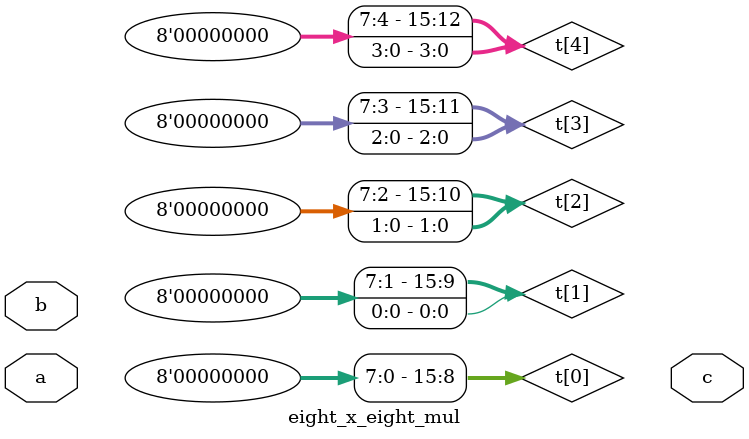
<source format=v>
module full_adder_1b ( a ,b ,c ,sum ,carry );

output sum ;
output carry ;

input a ;
input b ;
input c ;


assign sum = a ^ b ^ c;
assign carry = (a&b) | (b&c) | (c&a);

endmodule

module sixteen_bit_carrysaveadder(
input [15:0] in1,
input [15:0] in2,
inout [15:0] in3,
output [15:0] o1,
output [15:0] o2
);

  full_adder_1b f1 ( in1[0] ,in2[0] ,in3[0] ,o1[0] ,o2[0] );
  full_adder_1b f2 ( in1[1] ,in2[1] ,in3[1] ,o1[1] ,o2[1] );
  full_adder_1b f3 ( in1[2] ,in2[2] ,in3[2] ,o1[2] ,o2[2] );
  full_adder_1b f4 ( in1[3] ,in2[3] ,in3[3] ,o1[3] ,o2[3] );
  full_adder_1b f5 ( in1[4] ,in2[4] ,in3[4] ,o1[4] ,o2[4] );
  full_adder_1b f6 ( in1[5] ,in2[5] ,in3[5] ,o1[5] ,o2[5] );
  full_adder_1b f7 ( in1[6] ,in2[6] ,in3[6] ,o1[6] ,o2[6] );
  full_adder_1b f8 ( in1[7] ,in2[7] ,in3[7] ,o1[7] ,o2[7] );
  full_adder_1b f9 ( in1[8] ,in2[8] ,in3[8] ,o1[8] ,o2[8] );
  full_adder_1b f10 ( in1[9] ,in2[9] ,in3[9] ,o1[9] ,o2[9] );
  full_adder_1b f11 ( in1[10] ,in2[10] ,in3[10] ,o1[10] ,o2[10] );
  full_adder_1b f12 ( in1[11] ,in2[11] ,in3[11] ,o1[11] ,o2[11] );
  full_adder_1b f13 ( in1[12] ,in2[12] ,in3[12] ,o1[12] ,o2[12] );
  full_adder_1b f14 ( in1[13] ,in2[13] ,in3[13] ,o1[13] ,o2[13] );
  full_adder_1b f15 ( in1[14] ,in2[14] ,in3[14] ,o1[14] ,o2[14] );
  full_adder_1b f16 ( in1[15] ,in2[15] ,in3[15] ,o1[15] ,o2[15] );
  
endmodule

module partialproduct(
  input [7:0] in1,
  input in2,
  output [15:0] out);
  
  assign out[0] = in1[0] && in2;
  assign out[1] = in1[1] && in2;
  assign out[2] = in1[2] && in2;
  assign out[3] = in1[3] && in2;
  assign out[4] = in1[4] && in2;
  assign out[5] = in1[5] && in2;
  assign out[6] = in1[6] && in2;
  assign out[7] = in1[7] && in2;
  
  
  
endmodule

module eight_x_eight_mul(
  input [7:0] a,
  input [7:0] b,
  output [15:0] c
  );

wire [15:0] t [7:0];

and a00 (t[0][0], a[0], b[0]);
and a01 (t[0][1], a[1], b[0]);
and a02 (t[0][2], a[2], b[0]);
and a03 (t[0][3], a[3], b[0]);
and a04 (t[0][4], a[4], b[0]);
and a05 (t[0][5], a[5], b[0]);
and a06 (t[0][6], a[6], b[0]);
and a07 (t[0][7], a[7], b[0]);
and a08 (t[0][8], 1'b0, b[0]);
and a09 (t[0][9], 1'b0, b[0]);
and a010 (t[0][10], 1'b0, b[0]);
and a011 (t[0][11], 1'b0, b[0]);
and a012 (t[0][12], 1'b0, b[0]);
and a013 (t[0][13], 1'b0, b[0]);
and a014 (t[0][14], 1'b0, b[0]);
and a015 (t[0][15], 1'b0, b[0]);


and a10 (t[1][1], a[0], b[1]);
and a11 (t[1][2], a[1], b[1]);
and a12 (t[1][3], a[2], b[1]);
and a13 (t[1][4], a[3], b[1]);
and a14 (t[1][5], a[4], b[1]);
and a15 (t[1][6], a[5], b[1]);
and a16 (t[1][7], a[6], b[1]);
and a17 (t[1][8], a[7], b[1]);
and a18 (t[1][9], 1'b0, b[1]);
and a19 (t[1][10], 1'b0, b[1]);
and a110 (t[1][11], 1'b0, b[1]);
and a111 (t[1][12], 1'b0, b[1]);
and a112 (t[1][13], 1'b0, b[1]);
and a113 (t[1][14], 1'b0, b[1]);
and a114 (t[1][15], 1'b0, b[1]);
and a115 (t[1][0], 1'b0, b[1]);


and a20 (t[2][2], a[0], b[2]);
and a21 (t[2][3], a[1], b[2]);
and a22 (t[2][4], a[2], b[2]);
and a23 (t[2][5], a[3], b[2]);
and a24 (t[2][6], a[4], b[2]);
and a25 (t[2][7], a[5], b[2]);
and a26 (t[2][8], a[6], b[2]);
and a27 (t[2][9], a[7], b[2]);
and a28 (t[2][10], 1'b0, b[2]);
and a29 (t[2][11], 1'b0, b[2]);
and a210 (t[2][12], 1'b0, b[2]);
and a211 (t[2][13], 1'b0, b[2]);
and a212 (t[2][14], 1'b0, b[2]);
and a213 (t[2][15], 1'b0, b[2]);
and a214 (t[2][1], 1'b0, b[2]);
and a215 (t[2][0], 1'b0, b[2]);

and a30 (t[3][3], a[0], b[3]);
and a31 (t[3][4], a[1], b[3]);
and a32 (t[3][5], a[2], b[3]);
and a33 (t[3][6], a[3], b[3]);
and a34 (t[3][7], a[4], b[3]);
and a35 (t[3][8], a[5], b[3]);
and a36 (t[3][9], a[6], b[3]);
and a37 (t[3][10], a[7], b[3]);
and a38 (t[3][11], 1'b0, b[3]);
and a39 (t[3][12], 1'b0, b[3]);
and a310 (t[3][13], 1'b0, b[3]);
and a311 (t[3][14], 1'b0, b[3]);
and a312 (t[3][15], 1'b0, b[3]);
and a313 (t[3][2], 1'b0, b[3]);
and a314 (t[3][1], 1'b0, b[3]);
and a315 (t[3][0], 1'b0, b[3]);

and a40 (t[4][4], a[0], b[4]);
and a41 (t[4][5], a[1], b[4]);
and a42 (t[4][6], a[2], b[4]);
and a43 (t[4][7], a[3], b[4]);
and a44 (t[4][8], a[4], b[4]);
and a45 (t[4][9], a[5], b[4]);
and a46 (t[4][10], a[6], b[4]);
and a47 (t[4][11], a[7], b[4]);
and a48 (t[4][12], 1'b0, b[4]);
and a49 (t[4][13], 1'b0, b[4]);
and a410 (t[4][14], 1'b0, b[4]);
and a411 (t[4][15], 1'b0, b[4]);
and a412 (t[4][3], 1'b0, b[4]);
and a413 (t[4][2], 1'b0, b[4]);
and a414 (t[4][1], 1'b0, b[4]);
and a415 (t[4][0], 1'b0, b[4]);

  
endmodule
</source>
